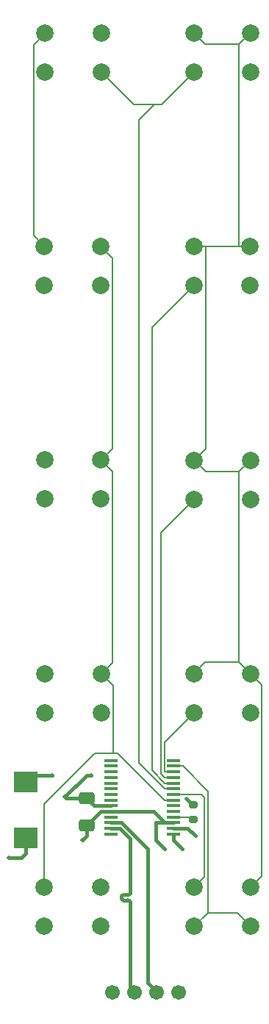
<source format=gtl>
%TF.GenerationSoftware,KiCad,Pcbnew,9.0.4-9.0.4-0~ubuntu24.04.1*%
%TF.CreationDate,2025-09-24T17:39:37+03:00*%
%TF.ProjectId,Patient remote control,50617469-656e-4742-9072-656d6f746520,rev?*%
%TF.SameCoordinates,Original*%
%TF.FileFunction,Copper,L1,Top*%
%TF.FilePolarity,Positive*%
%FSLAX46Y46*%
G04 Gerber Fmt 4.6, Leading zero omitted, Abs format (unit mm)*
G04 Created by KiCad (PCBNEW 9.0.4-9.0.4-0~ubuntu24.04.1) date 2025-09-24 17:39:37*
%MOMM*%
%LPD*%
G01*
G04 APERTURE LIST*
G04 Aperture macros list*
%AMRoundRect*
0 Rectangle with rounded corners*
0 $1 Rounding radius*
0 $2 $3 $4 $5 $6 $7 $8 $9 X,Y pos of 4 corners*
0 Add a 4 corners polygon primitive as box body*
4,1,4,$2,$3,$4,$5,$6,$7,$8,$9,$2,$3,0*
0 Add four circle primitives for the rounded corners*
1,1,$1+$1,$2,$3*
1,1,$1+$1,$4,$5*
1,1,$1+$1,$6,$7*
1,1,$1+$1,$8,$9*
0 Add four rect primitives between the rounded corners*
20,1,$1+$1,$2,$3,$4,$5,0*
20,1,$1+$1,$4,$5,$6,$7,0*
20,1,$1+$1,$6,$7,$8,$9,0*
20,1,$1+$1,$8,$9,$2,$3,0*%
G04 Aperture macros list end*
%TA.AperFunction,ComponentPad*%
%ADD10C,2.000000*%
%TD*%
%TA.AperFunction,SMDPad,CuDef*%
%ADD11RoundRect,0.200000X-0.275000X0.200000X-0.275000X-0.200000X0.275000X-0.200000X0.275000X0.200000X0*%
%TD*%
%TA.AperFunction,SMDPad,CuDef*%
%ADD12R,2.800000X2.400000*%
%TD*%
%TA.AperFunction,ComponentPad*%
%ADD13C,1.701800*%
%TD*%
%TA.AperFunction,SMDPad,CuDef*%
%ADD14R,1.500000X0.400000*%
%TD*%
%TA.AperFunction,SMDPad,CuDef*%
%ADD15RoundRect,0.250000X-0.650000X0.412500X-0.650000X-0.412500X0.650000X-0.412500X0.650000X0.412500X0*%
%TD*%
%TA.AperFunction,ViaPad*%
%ADD16C,0.500000*%
%TD*%
%TA.AperFunction,Conductor*%
%ADD17C,0.400000*%
%TD*%
%TA.AperFunction,Conductor*%
%ADD18C,0.200000*%
%TD*%
G04 APERTURE END LIST*
D10*
%TO.P,SW4,1,1*%
%TO.N,/R2*%
X123839000Y-71161000D03*
X130339000Y-71161000D03*
%TO.P,SW4,2,2*%
%TO.N,/C2*%
X123839000Y-75661000D03*
X130339000Y-75661000D03*
%TD*%
%TO.P,SW2,1,1*%
%TO.N,/R2*%
X123863000Y-46588000D03*
X130363000Y-46588000D03*
%TO.P,SW2,2,2*%
%TO.N,/C1*%
X123863000Y-51088000D03*
X130363000Y-51088000D03*
%TD*%
%TO.P,SW1,1,1*%
%TO.N,/R1*%
X106692000Y-46637000D03*
X113192000Y-46637000D03*
%TO.P,SW1,2,2*%
%TO.N,/C1*%
X106692000Y-51137000D03*
X113192000Y-51137000D03*
%TD*%
D11*
%TO.P,R1,1*%
%TO.N,+3.3V*%
X123820000Y-135444000D03*
%TO.P,R1,2*%
%TO.N,Net-(IC1-{slash}RESET)*%
X123820000Y-137094000D03*
%TD*%
D10*
%TO.P,SW8,1,1*%
%TO.N,/R2*%
X123848000Y-120343000D03*
X130348000Y-120343000D03*
%TO.P,SW8,2,2*%
%TO.N,/C4*%
X123848000Y-124843000D03*
X130348000Y-124843000D03*
%TD*%
%TO.P,SW3,1,1*%
%TO.N,/R1*%
X106630000Y-71158000D03*
X113130000Y-71158000D03*
%TO.P,SW3,2,2*%
%TO.N,/C2*%
X106630000Y-75658000D03*
X113130000Y-75658000D03*
%TD*%
%TO.P,SW6,1,1*%
%TO.N,/R2*%
X123867000Y-95768000D03*
X130367000Y-95768000D03*
%TO.P,SW6,2,2*%
%TO.N,/C3*%
X123867000Y-100268000D03*
X130367000Y-100268000D03*
%TD*%
D12*
%TO.P,C1,1*%
%TO.N,+3.3V*%
X104500000Y-132840000D03*
%TO.P,C1,2*%
%TO.N,GND*%
X104500000Y-139240000D03*
%TD*%
D10*
%TO.P,SW7,1,1*%
%TO.N,/R1*%
X106679000Y-120341000D03*
X113179000Y-120341000D03*
%TO.P,SW7,2,2*%
%TO.N,/C4*%
X106679000Y-124841000D03*
X113179000Y-124841000D03*
%TD*%
D13*
%TO.P,J1,1*%
%TO.N,+3.3V*%
X114500000Y-157000000D03*
%TO.P,J1,2*%
%TO.N,/SDA*%
X117040000Y-157000000D03*
%TO.P,J1,3*%
%TO.N,/SCL*%
X119580000Y-157000000D03*
%TO.P,J1,4*%
%TO.N,GND*%
X122120000Y-157000000D03*
%TD*%
D10*
%TO.P,SW9,1,1*%
%TO.N,/R1*%
X106620000Y-144923000D03*
X113120000Y-144923000D03*
%TO.P,SW9,2,2*%
%TO.N,/C5*%
X106620000Y-149423000D03*
X113120000Y-149423000D03*
%TD*%
D14*
%TO.P,IC1,1,GPB0*%
%TO.N,unconnected-(IC1-GPB0-Pad1)*%
X114267000Y-130330000D03*
%TO.P,IC1,2,GPB1*%
%TO.N,unconnected-(IC1-GPB1-Pad2)*%
X114267000Y-130980000D03*
%TO.P,IC1,3,GPB2*%
%TO.N,unconnected-(IC1-GPB2-Pad3)*%
X114267000Y-131630000D03*
%TO.P,IC1,4,GPB3*%
%TO.N,unconnected-(IC1-GPB3-Pad4)*%
X114267000Y-132280000D03*
%TO.P,IC1,5,GPB4*%
%TO.N,unconnected-(IC1-GPB4-Pad5)*%
X114267000Y-132930000D03*
%TO.P,IC1,6,GPB5*%
%TO.N,unconnected-(IC1-GPB5-Pad6)*%
X114267000Y-133580000D03*
%TO.P,IC1,7,GPB6*%
%TO.N,unconnected-(IC1-GPB6-Pad7)*%
X114267000Y-134230000D03*
%TO.P,IC1,8,GPB7*%
%TO.N,unconnected-(IC1-GPB7-Pad8)*%
X114267000Y-134880000D03*
%TO.P,IC1,9,VDD*%
%TO.N,+3.3V*%
X114267000Y-135530000D03*
%TO.P,IC1,10,VSS*%
%TO.N,GND*%
X114267000Y-136180000D03*
%TO.P,IC1,11,NC1*%
%TO.N,unconnected-(IC1-NC1-Pad11)*%
X114267000Y-136830000D03*
%TO.P,IC1,12,SCK*%
%TO.N,/SCL*%
X114267000Y-137480000D03*
%TO.P,IC1,13,SDA*%
%TO.N,/SDA*%
X114267000Y-138130000D03*
%TO.P,IC1,14,NC2*%
%TO.N,unconnected-(IC1-NC2-Pad14)*%
X114267000Y-138780000D03*
%TO.P,IC1,15,A0*%
%TO.N,GND*%
X121517000Y-138780000D03*
%TO.P,IC1,16,A1*%
X121517000Y-138130000D03*
%TO.P,IC1,17,A2*%
X121517000Y-137480000D03*
%TO.P,IC1,18,/RESET*%
%TO.N,Net-(IC1-{slash}RESET)*%
X121517000Y-136830000D03*
%TO.P,IC1,19,INTB*%
%TO.N,unconnected-(IC1-INTB-Pad19)*%
X121517000Y-136180000D03*
%TO.P,IC1,20,INTA*%
%TO.N,unconnected-(IC1-INTA-Pad20)*%
X121517000Y-135530000D03*
%TO.P,IC1,21,GPA0*%
%TO.N,/R1*%
X121517000Y-134880000D03*
%TO.P,IC1,22,GPA1*%
%TO.N,/R2*%
X121517000Y-134230000D03*
%TO.P,IC1,23,GPA2*%
%TO.N,/C1*%
X121517000Y-133580000D03*
%TO.P,IC1,24,GPA3*%
%TO.N,/C2*%
X121517000Y-132930000D03*
%TO.P,IC1,25,GPA4*%
%TO.N,/C3*%
X121517000Y-132280000D03*
%TO.P,IC1,26,GPA5*%
%TO.N,/C4*%
X121517000Y-131630000D03*
%TO.P,IC1,27,GPA6*%
%TO.N,/C5*%
X121517000Y-130980000D03*
%TO.P,IC1,28,GPA7*%
%TO.N,unconnected-(IC1-GPA7-Pad28)*%
X121517000Y-130330000D03*
%TD*%
D10*
%TO.P,SW5,1,1*%
%TO.N,/R1*%
X106649000Y-95744000D03*
X113149000Y-95744000D03*
%TO.P,SW5,2,2*%
%TO.N,/C3*%
X106649000Y-100244000D03*
X113149000Y-100244000D03*
%TD*%
D15*
%TO.P,C2,1*%
%TO.N,+3.3V*%
X111500000Y-134659000D03*
%TO.P,C2,2*%
%TO.N,GND*%
X111500000Y-137784000D03*
%TD*%
D10*
%TO.P,SW10,1,1*%
%TO.N,/R2*%
X123904000Y-144923000D03*
X130404000Y-144923000D03*
%TO.P,SW10,2,2*%
%TO.N,/C5*%
X123904000Y-149423000D03*
X130404000Y-149423000D03*
%TD*%
D16*
%TO.N,+3.3V*%
X109000000Y-134500000D03*
X123000000Y-134780000D03*
X107500000Y-132000000D03*
X112000000Y-132000000D03*
%TO.N,GND*%
X111000000Y-139500000D03*
X124000000Y-139000000D03*
X120500000Y-140500000D03*
X122500000Y-140500000D03*
X102500000Y-141500000D03*
%TD*%
D17*
%TO.N,+3.3V*%
X112371000Y-135530000D02*
X111500000Y-134659000D01*
X107500000Y-132000000D02*
X105340000Y-132000000D01*
X123664000Y-135444000D02*
X123000000Y-134780000D01*
X109159000Y-134659000D02*
X109000000Y-134500000D01*
X111500000Y-134659000D02*
X109159000Y-134659000D01*
X111500000Y-132000000D02*
X109000000Y-134500000D01*
X112000000Y-132000000D02*
X111500000Y-132000000D01*
D18*
X111530500Y-134919500D02*
X111761000Y-135150000D01*
D17*
X114267000Y-135530000D02*
X112371000Y-135530000D01*
X123820000Y-135444000D02*
X123664000Y-135444000D01*
X105340000Y-132000000D02*
X104500000Y-132840000D01*
%TO.N,GND*%
X102500000Y-141500000D02*
X104000000Y-141500000D01*
X104000000Y-141500000D02*
X104500000Y-141000000D01*
X111500000Y-137784000D02*
X111500000Y-139000000D01*
X122500000Y-140500000D02*
X121517000Y-139517000D01*
X123130000Y-138130000D02*
X121517000Y-138130000D01*
X114267000Y-136180000D02*
X113104000Y-136180000D01*
D18*
X121517000Y-138780000D02*
X122042100Y-138780000D01*
X111500000Y-137784000D02*
X111500000Y-137191000D01*
D17*
X119520000Y-137480000D02*
X121517000Y-137480000D01*
X121517000Y-139517000D02*
X121517000Y-138780000D01*
X119166900Y-136180000D02*
X120466900Y-137480000D01*
X124000000Y-139000000D02*
X123130000Y-138130000D01*
X104500000Y-141000000D02*
X104500000Y-139240000D01*
X120500000Y-140500000D02*
X119500000Y-139500000D01*
D18*
X121517000Y-138130000D02*
X121151500Y-138130000D01*
D17*
X114267000Y-136180000D02*
X119166900Y-136180000D01*
X111500000Y-139000000D02*
X111000000Y-139500000D01*
X119500000Y-139500000D02*
X119500000Y-137500000D01*
X113104000Y-136180000D02*
X111500000Y-137784000D01*
X119500000Y-137500000D02*
X119520000Y-137480000D01*
D18*
%TO.N,/C3*%
X120066800Y-104068200D02*
X120066800Y-131879900D01*
X123867000Y-100268000D02*
X120066800Y-104068200D01*
X120066800Y-131879900D02*
X120466900Y-132280000D01*
X121517000Y-132280000D02*
X120466900Y-132280000D01*
%TO.N,/R2*%
X125186200Y-97087200D02*
X123867000Y-95768000D01*
X131662400Y-121657400D02*
X131662400Y-143664600D01*
X129047800Y-119042800D02*
X130348000Y-120343000D01*
X130348000Y-120343000D02*
X131662400Y-121657400D01*
X129059500Y-71161000D02*
X129059500Y-47891500D01*
X129059500Y-47891500D02*
X125166500Y-47891500D01*
X125166500Y-47891500D02*
X123863000Y-46588000D01*
X125148200Y-119042800D02*
X123848000Y-120343000D01*
X121517000Y-134230000D02*
X124730000Y-134230000D01*
X123867000Y-95768000D02*
X125175900Y-94459100D01*
X129047800Y-97087200D02*
X125186200Y-97087200D01*
X129059500Y-47891500D02*
X130363000Y-46588000D01*
X125175900Y-94459100D02*
X125175900Y-71161000D01*
X129047800Y-97087200D02*
X129047800Y-119042800D01*
X129047800Y-119042800D02*
X125148200Y-119042800D01*
X129047800Y-97087200D02*
X130367000Y-95768000D01*
X125175900Y-71161000D02*
X129059500Y-71161000D01*
X123839000Y-71161000D02*
X125175900Y-71161000D01*
X125069200Y-143757800D02*
X123904000Y-144923000D01*
X124730000Y-134230000D02*
X125069200Y-134569200D01*
X129059500Y-71161000D02*
X130339000Y-71161000D01*
X125069200Y-134569200D02*
X125069200Y-143757800D01*
X131662400Y-143664600D02*
X130404000Y-144923000D01*
%TO.N,/C4*%
X121517000Y-131630000D02*
X120466900Y-131630000D01*
X120466900Y-131630000D02*
X120466900Y-128224100D01*
X120466900Y-128224100D02*
X123848000Y-124843000D01*
%TO.N,/C1*%
X120106500Y-54844500D02*
X119266600Y-54844500D01*
X123863000Y-51088000D02*
X120106500Y-54844500D01*
X117500000Y-56611100D02*
X117500000Y-130613100D01*
X120466900Y-133580000D02*
X121517000Y-133580000D01*
X117500000Y-130613100D02*
X120466900Y-133580000D01*
X116899500Y-54844500D02*
X113192000Y-51137000D01*
X119266600Y-54844500D02*
X117500000Y-56611100D01*
X119266600Y-54844500D02*
X116899500Y-54844500D01*
%TO.N,/C5*%
X125469400Y-147857600D02*
X123904000Y-149423000D01*
X121517000Y-130980000D02*
X122567100Y-130980000D01*
X122567100Y-130980000D02*
X125469400Y-133882300D01*
X125469400Y-133882300D02*
X125469400Y-147857600D01*
X130404000Y-149423000D02*
X128838600Y-147857600D01*
X128838600Y-147857600D02*
X125469400Y-147857600D01*
D17*
%TO.N,/SCL*%
X115480000Y-137480000D02*
X118500000Y-140500000D01*
X118500000Y-140500000D02*
X118500000Y-155920000D01*
X114267000Y-137480000D02*
X115480000Y-137480000D01*
X118500000Y-155920000D02*
X119580000Y-157000000D01*
%TO.N,/SDA*%
X116500000Y-139349942D02*
X115280058Y-138130000D01*
X116500000Y-145087672D02*
X116500000Y-139349942D01*
X116500000Y-145553069D02*
X116500000Y-145433069D01*
X117040000Y-157000000D02*
X116500000Y-156460000D01*
X116500000Y-156460000D02*
X116500000Y-146633069D01*
X115740000Y-145793069D02*
X116260000Y-145793069D01*
X115500000Y-146153069D02*
X115500000Y-146033069D01*
D18*
X117000000Y-156960000D02*
X117040000Y-157000000D01*
D17*
X116260000Y-146393069D02*
X115740000Y-146393069D01*
X116500000Y-145433069D02*
X116500000Y-145087672D01*
X115280058Y-138130000D02*
X114267000Y-138130000D01*
X115500000Y-146033069D02*
G75*
G02*
X115740000Y-145793100I240000J-31D01*
G01*
X115740000Y-146393069D02*
G75*
G02*
X115500031Y-146153069I0J239969D01*
G01*
X116260000Y-145793069D02*
G75*
G03*
X116499969Y-145553069I0J239969D01*
G01*
X116500000Y-146633069D02*
G75*
G03*
X116260000Y-146393100I-240000J-31D01*
G01*
D18*
%TO.N,/R1*%
X113179000Y-120341000D02*
X114462400Y-119057600D01*
X114527600Y-129468400D02*
X112465600Y-129468400D01*
X121517000Y-134880000D02*
X120466900Y-134880000D01*
X114527600Y-121689600D02*
X113179000Y-120341000D01*
X114459800Y-72487800D02*
X114459800Y-94433200D01*
X115055300Y-129468400D02*
X114527600Y-129468400D01*
X105370600Y-47958400D02*
X105370600Y-69898600D01*
X106692000Y-46637000D02*
X105370600Y-47958400D01*
X114462400Y-97057400D02*
X113149000Y-95744000D01*
X114527600Y-129468400D02*
X114527600Y-121689600D01*
X105370600Y-69898600D02*
X106630000Y-71158000D01*
X114459800Y-94433200D02*
X113149000Y-95744000D01*
X112465600Y-129468400D02*
X106620000Y-135314000D01*
X113130000Y-71158000D02*
X114459800Y-72487800D01*
X106620000Y-135314000D02*
X106620000Y-144923000D01*
X114462400Y-119057600D02*
X114462400Y-97057400D01*
X120466900Y-134880000D02*
X115055300Y-129468400D01*
%TO.N,/C2*%
X119000000Y-131463100D02*
X120466900Y-132930000D01*
X119000000Y-80500000D02*
X119000000Y-131463100D01*
X120466900Y-132930000D02*
X121517000Y-132930000D01*
X123839000Y-75661000D02*
X119000000Y-80500000D01*
%TO.N,Net-(IC1-{slash}RESET)*%
X121517000Y-136830000D02*
X123556000Y-136830000D01*
X123556000Y-136830000D02*
X123820000Y-137094000D01*
%TD*%
M02*

</source>
